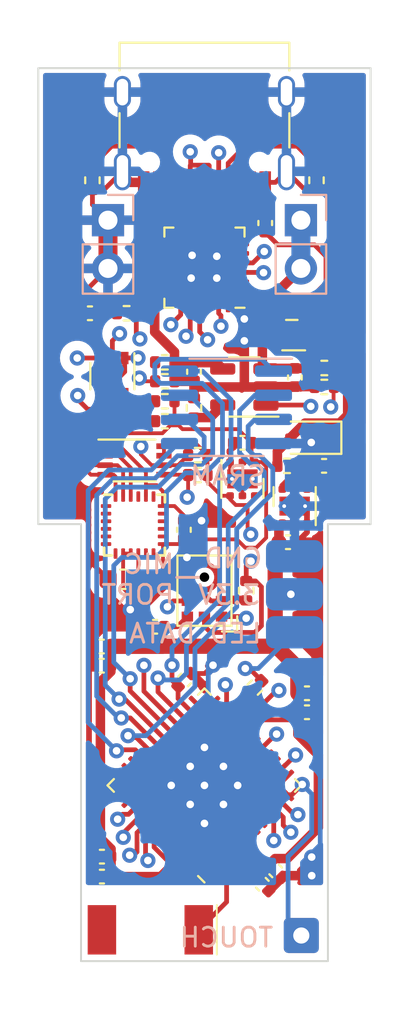
<source format=kicad_pcb>
(kicad_pcb (version 20221018) (generator pcbnew)
  (layers (0 "F.Cu" signal) (1 "In1.Cu" signal) (2 "In2.Cu" signal) (31 "B.Cu" signal) (34 "B.Paste" user) (35 "F.Paste" user) (36 "B.SilkS" user "B.Silkscreen") (37 "F.SilkS" user "F.Silkscreen") (38 "B.Mask" user) (39 "F.Mask" user) (44 "Edge.Cuts" user))
  (net 0 "")
  (net 2 "Net-(D1-K)")
  (net 3 "GPIO2")
  (net 4 "VBUS")
  (net 5 "GND")
  (net 6 "RESET")
  (net 17 "VDDSDIO")
  (net 18 "Net-(J1-CC1)")
  (net 19 "Net-(U1-D+)")
  (net 21 "Net-(U1-D-)")
  (net 28 "GPIO15")
  (net 31 "GPIO14")
  (net 33 "GPIO25")
  (net 57 "Net-(U4-PROG)")
  (net 59 "Net-(J1-CC2)")
  (net 61 "DTR")
  (net 62 "RTS")
  (net 63 "GPIO0")
  (net 64 "+BATT")
  (net 65 "GPIO35")
  (net 66 "GPIO9")
  (net 67 "+3V3")
  (net 68 "Net-(U1-VDD)")
  (net 69 "TXD")
  (net 70 "RXD")
  (net 71 "GPIO10")
  (net 72 "GPIO17")
  (net 73 "GPIO7")
  (net 74 "GPIO8")
  (net 75 "RAM_CLK")
  (net 76 "GPIO11")
  (net 77 "+1V8")
  (net 78 "Net-(AE1-FEED)")
  (net 79 "GPIO34")
  (net 80 "Net-(U3-REGOUT)")
  (net 83 "IMU_SDA")
  (net 84 "IMU_SDA_1V8")
  (net 86 "IMU_SCL")
  (net 87 "IMU_SCL_1V8")
  (net 89 "Net-(J10-Pin_1)")
  (net 90 "Net-(J6-Pin_1)")
  (footprint "AlexCustom:NN01-102" (layer "F.Cu") (at 5.9 45.35 180)
    (fp_text reference "AE1" hide)
    (fp_text value "Antenna_Chip")
  )
  (footprint "Resistor_SMD:R_0402_1005Metric" (layer "F.Cu") (at 10.95 27.5 -90)
    (fp_text reference "R12" hide)
    (fp_text value "100k")
  )
  (footprint "Diode_SMD:D_SOD-323" (layer "F.Cu") (at 14.35 19.45 180)
    (fp_text reference "D1" hide)
    (fp_text value "1N5819WS")
  )
  (footprint "Resistor_SMD:R_0402_1005Metric" (layer "F.Cu") (at 6.6625 17.53 180)
    (fp_text reference "R14" hide)
    (fp_text value "2.2k")
  )
  (footprint "Sensor_Audio:InvenSense_ICS-43434-6_3.5x2.65mm" (layer "F.Cu") (at 8.75 27.5 180)
    (fp_text reference "MK1" hide)
    (fp_text value "ICS-43434")
  )
  (footprint "Resistor_SMD:R_0402_1005Metric" (layer "F.Cu") (at 11.4 32.6 -135)
    (fp_text reference "R11" hide)
    (fp_text value "470")
  )
  (footprint "Package_DFN_QFN:QFN-24-1EP_4x4mm_P0.5mm_EP2.6x2.6mm" (layer "F.Cu") (at 8.75 10.5 180)
    (fp_text reference "U1" hide)
    (fp_text value "CP2104")
  )
  (footprint "Package_TO_SOT_SMD:SOT-23-5" (layer "F.Cu") (at 10.85 16.78 180)
    (fp_text reference "U4" hide)
    (fp_text value "TP4065-4.2V")
  )
  (footprint "Resistor_SMD:R_0402_1005Metric" (layer "F.Cu") (at 15.0625 16.78 180)
    (fp_text reference "R5" hide)
    (fp_text value "33k")
  )
  (footprint "Resistor_SMD:R_0402_1005Metric" (layer "F.Cu") (at 13.1 20.93 180)
    (fp_text reference "R18" hide)
    (fp_text value "100k")
  )
  (footprint "Capacitor_SMD:C_0402_1005Metric" (layer "F.Cu") (at 2.72 12.9 180)
    (fp_text reference "C6" hide)
    (fp_text value "1u")
  )
  (footprint "Capacitor_SMD:C_0402_1005Metric" (layer "F.Cu") (at 14.15 33.9)
    (fp_text reference "C7" hide)
    (fp_text value "100n")
  )
  (footprint "Capacitor_SMD:C_0402_1005Metric" (layer "F.Cu") (at 6.15 29.4 180)
    (fp_text reference "C4" hide)
    (fp_text value "100n")
  )
  (footprint "Capacitor_SMD:C_0402_1005Metric" (layer "F.Cu") (at 3.35 41.5 180)
    (fp_text reference "C23" hide)
    (fp_text value "10u")
  )
  (footprint "Resistor_SMD:R_0402_1005Metric" (layer "F.Cu") (at 8.2 17.88 -90)
    (fp_text reference "R17" hide)
    (fp_text value "3.3k")
  )
  (footprint "Capacitor_SMD:C_0402_1005Metric" (layer "F.Cu") (at 7.667157 24.297157 90)
    (fp_text reference "C13" hide)
    (fp_text value "100n")
  )
  (footprint "Capacitor_SMD:C_0402_1005Metric" (layer "F.Cu") (at 12.5 42.25 -45)
    (fp_text reference "C25" hide)
    (fp_text value "10u")
  )
  (footprint "Capacitor_SMD:C_0402_1005Metric" (layer "F.Cu") (at 11.95 8.15 90)
    (fp_text reference "C3" hide)
    (fp_text value "100n")
  )
  (footprint "Capacitor_SMD:C_0402_1005Metric" (layer "F.Cu") (at 7.7 32.2 45)
    (fp_text reference "C5" hide)
    (fp_text value "100n" hide)
  )
  (footprint "Capacitor_SMD:C_0402_1005Metric" (layer "F.Cu") (at 11.8 42.95 -45)
    (fp_text reference "C16" hide)
    (fp_text value "100n")
  )
  (footprint "Resistor_SMD:R_0402_1005Metric" (layer "F.Cu") (at 4.65 12.9 180)
    (fp_text reference "R8" hide)
    (fp_text value "10k")
  )
  (footprint "Resistor_SMD:R_0402_1005Metric" (layer "F.Cu") (at 6.6625 18.58 180)
    (fp_text reference "R13" hide)
    (fp_text value "2.2k")
  )
  (footprint "Capacitor_SMD:C_0402_1005Metric" (layer "F.Cu") (at 10.75 19.7175 180)
    (fp_text reference "C12" hide)
    (fp_text value "10u")
  )
  (footprint "Sensor_Motion:InvenSense_QFN-24_3x3mm_P0.4mm" (layer "F.Cu") (at 5.067157 24.047157)
    (fp_text reference "U3" hide)
    (fp_text value "ICM-20948")
  )
  (footprint "Capacitor_SMD:C_0402_1005Metric" (layer "F.Cu") (at 15.05 20.93 180)
    (fp_text reference "C10" hide)
    (fp_text value "1u")
  )
  (footprint "Connector_USB:USB_C_Receptacle_Palconn_UTC16-G" (layer "F.Cu") (at 8.75 3.5 180)
    (fp_text reference "J1" hide)
    (fp_text value "USB_C_Receptacle_USB2.0")
  )
  (footprint "Capacitor_SMD:C_0402_1005Metric" (layer "F.Cu") (at 13.15 24.95)
    (fp_text reference "C11" hide)
    (fp_text value "10u")
  )
  (footprint "Resistor_SMD:R_0402_1005Metric" (layer "F.Cu") (at 6.6625 15.48 180)
    (fp_text reference "R6" hide)
    (fp_text value "3.3k")
  )
  (footprint "Package_SON:WSON-6-1EP_2x2mm_P0.65mm_EP1x1.6mm_ThermalVias" (layer "F.Cu") (at 10.75 21.6175 -90)
    (fp_text reference "U5" hide)
    (fp_text value "TLV76718DRVx")
  )
  (footprint "Capacitor_SMD:C_0402_1005Metric" (layer "F.Cu") (at 3.35 42.55 180)
    (fp_text reference "C17" hide)
    (fp_text value "100n")
  )
  (footprint "Connector_Wire:SolderWire-0.25sqmm_1x01_D0.65mm_OD1.7mm" (layer "F.Cu") (at 13.85 45.65 90)
    (fp_text reference "J6" hide)
    (fp_text value "Conn_01x01")
  )
  (footprint "Capacitor_SMD:C_0402_1005Metric" (layer "F.Cu") (at 3.34 31.45 180)
    (fp_text reference "C8" hide)
    (fp_text value "100n")
  )
  (footprint "Resistor_SMD:R_0402_1005Metric" (layer "F.Cu") (at 14.65 5.9 -90)
    (fp_text reference "R2" hide)
    (fp_text value "5.1k")
  )
  (footprint "Capacitor_SMD:C_0603_1608Metric" (layer "F.Cu") (at 4.45 26.9 180)
    (fp_text reference "C9" hide)
    (fp_text value "100n")
  )
  (footprint "Package_DFN_QFN:QFN-48-1EP_7x7mm_P0.5mm_EP5.3x5.3mm" (layer "F.Cu") (at 8.75 37.75 135)
    (fp_text reference "U2" hide)
    (fp_text value "ESP32-PICO-D4")
  )
  (footprint "Resistor_SMD:R_0402_1005Metric" (layer "F.Cu") (at 15.0625 15.78)
    (fp_text reference "R4" hide)
    (fp_text value "100k")
  )
  (footprint "Resistor_SMD:R_0402_1005Metric" (layer "F.Cu") (at 2.85 5.9 -90)
    (fp_text reference "R3" hide)
    (fp_text value "5.1k")
  )
  (footprint "Capacitor_SMD:C_0402_1005Metric" (layer "F.Cu") (at 3.34 30.439411 180)
    (fp_text reference "C22" hide)
    (fp_text value "10u")
  )
  (footprint "Resistor_SMD:R_0402_1005Metric" (layer "F.Cu") (at 8.4 20.364314 180)
    (fp_text reference "R10" hide)
    (fp_text value "2.2k")
  )
  (footprint "Resistor_SMD:R_0402_1005Metric" (layer "F.Cu") (at 8.4 21.414314 180)
    (fp_text reference "R9" hide)
    (fp_text value "2.2k")
  )
  (footprint "Capacitor_SMD:C_0402_1005Metric" (layer "F.Cu") (at 8.2 15.98 -90)
    (fp_text reference "C2" hide)
    (fp_text value "10u")
  )
  (footprint "Package_SO:VSSOP-8_2.3x2mm_P0.5mm" (layer "F.Cu") (at 5.067157 20.647157)
    (fp_text reference "U7" hide)
    (fp_text value "PCA9306")
  )
  (footprint "Capacitor_SMD:C_0402_1005Metric" (layer "F.Cu") (at 14.15 32.9)
    (fp_text reference "C24" hide)
    (fp_text value "10u")
  )
  (footprint "Resistor_SMD:R_0402_1005Metric" (layer "F.Cu") (at 6.6625 16.48)
    (fp_text reference "R7" hide)
    (fp_text value "2k")
  )
  (footprint "Package_TO_SOT_SMD:SOT-363_SC-70-6" (layer "F.Cu") (at 3.9 16.205 -90)
    (fp_text reference "Q1" hide)
    (fp_text value "MUN5214DW1T1G")
  )
  (footprint "Package_TO_SOT_SMD:SOT-723" (layer "F.Cu") (at 13.35 14.05 180)
    (fp_text reference "Q3" hide)
    (fp_text value "CJ3139K")
  )
  (footprint "Capacitor_SMD:C_0402_1005Metric" (layer "F.Cu") (at 13.5125 16.28 -90)
    (fp_text reference "C1" hide)
    (fp_text value "10u")
  )
  (footprint "Package_SON:WSON-6-1EP_2x2mm_P0.65mm_EP1x1.6mm_ThermalVias" (layer "F.Cu") (at 13.5 23.05 90)
    (fp_text reference "U9" hide)
    (fp_text value "TLV76733DRVx")
  )
  (footprint "Connector_PinHeader_2.54mm:PinHeader_1x02_P2.54mm_Vertical" (layer "B.Cu") (at 3.67 8 180)
    (fp_text reference "J4" hide)
    (fp_text value "Conn_01x02")
  )
  (footprint "Connector_PinHeader_2.54mm:PinHeader_1x03_P2.54mm_Vertical" (layer "B.Cu") (at 13.49 29.69)
    (fp_text reference "J10" hide)
    (fp_text value "Conn_01x03")
  )
  (footprint "Connector_PinHeader_2.54mm:PinHeader_1x02_P2.54mm_Vertical" (layer "B.Cu") (at 13.83 8 180)
    (fp_text reference "J9" hide)
    (fp_text value "Conn_01x02")
  )
  (footprint "Package_SO:SOIC-8_3.9x4.9mm_P1.27mm" (layer "B.Cu") (at 9.91 17.85 180)
    (fp_text reference "U6" hide)
    (fp_text value "LY68L6400SLIT")
  )
  (gr_line (start 7.29 26.8) (end 8.69 26.8) (stroke (width 0.15)) (layer "B.SilkS"))
  (gr_line (start 17.5 0) (end 17.5 24) (stroke (width 0.1)) (layer "Edge.Cuts"))
  (gr_line (start 15.25 47) (end 2.25 47) (stroke (width 0.1)) (layer "Edge.Cuts"))
  (gr_line (start 0 0) (end 17.5 0) (stroke (width 0.1)) (layer "Edge.Cuts"))
  (gr_line (start 0 24) (end 2.25 24) (stroke (width 0.1)) (layer "Edge.Cuts"))
  (gr_line (start 15.25 24) (end 17.5 24) (stroke (width 0.1)) (layer "Edge.Cuts"))
  (gr_line (start 15.25 47) (end 15.25 24) (stroke (width 0.1)) (layer "Edge.Cuts"))
  (gr_line (start 2.25 47) (end 2.25 24) (stroke (width 0.1)) (layer "Edge.Cuts"))
  (gr_line (start 0 0) (end 0 24) (stroke (width 0.1)) (layer "Edge.Cuts"))
  (gr_text "MIC\nPORT" (at 7.24 28.3) (layer "B.SilkS") (effects (font (size 1 1)) (justify left bottom mirror)))
  (gr_text "3.3V" (at 11.76 28.31) (layer "B.SilkS") (effects (font (size 1 1)) (justify left bottom mirror)))
  (gr_text "SRAM" (at 12.06 22.04) (layer "B.SilkS") (effects (font (size 1 1)) (justify left bottom mirror)))
  (gr_text "LED DATA" (at 11.84 30.34) (layer "B.SilkS") (effects (font (size 1 1)) (justify left bottom mirror)))
  (gr_text "TOUCH" (at 12.46 46.34) (layer "B.SilkS") (effects (font (size 1 1)) (justify left bottom mirror)))
  (gr_text "GND" (at 11.89 26.38) (layer "B.SilkS") (effects (font (size 1 1)) (justify left bottom mirror)))
  (segment (start 16.2 19.45) (end 15.4 19.45) (width 0.5) (layer "F.Cu") (net 2))
  (segment (start 12.85 22.1625) (end 12.85 21.975001) (width 0.3) (layer "F.Cu") (net 2))
  (segment (start 17 15.066494) (end 17 18.65) (width 0.5) (layer "F.Cu") (net 2))
  (segment (start 15.53 21.2) (end 14.5675 22.1625) (width 0.3) (layer "F.Cu") (net 2))
  (segment (start 15.525 19.575) (end 15.525 20.925) (width 0.5) (layer "F.Cu") (net 2))
  (segment (start 12.85 21.975001) (end 13.200001 21.625) (width 0.3) (layer "F.Cu") (net 2))
  (segment (start 14.15 21.982344) (end 14.15 22.1625) (width 0.3) (layer "F.Cu") (net 2))
  (segment (start 15.583506 13.65) (end 17 15.066494) (width 0.5) (layer "F.Cu") (net 2))
  (segment (start 15.525 20.925) (end 15.53 20.93) (width 0.5) (layer "F.Cu") (net 2))
  (segment (start 13.792656 21.625) (end 14.15 21.982344) (width 0.3) (layer "F.Cu") (net 2))
  (segment (start 15.53 21.2) (end 15.53 20.93) (width 0.3) (layer "F.Cu") (net 2))
  (segment (start 13.925 13.65) (end 15.583506 13.65) (width 0.5) (layer "F.Cu") (net 2))
  (segment (start 13.200001 21.625) (end 13.792656 21.625) (width 0.3) (layer "F.Cu") (net 2))
  (segment (start 15.4 19.45) (end 15.525 19.575) (width 0.5) (layer "F.Cu") (net 2))
  (segment (start 14.5675 22.1625) (end 14.15 22.1625) (width 0.3) (layer "F.Cu") (net 2))
  (segment (start 17 18.65) (end 16.2 19.45) (width 0.5) (layer "F.Cu") (net 2))
  (segment (start 9.952082 34.047918) (end 11.039376 32.960624) (width 0.25) (layer "F.Cu") (net 3))
  (segment (start 9.952082 34.073045) (end 9.952082 34.047918) (width 0.25) (layer "F.Cu") (net 3))
  (segment (start 8.2 15.5) (end 9.3825 15.5) (width 0.5) (layer "F.Cu") (net 4))
  (segment (start 14.55 9.3) (end 15.15 9.9) (width 0.25) (layer "F.Cu") (net 4))
  (segment (start 6.13 13.89) (end 7.1725 14.9325) (width 0.5) (layer "F.Cu") (net 4))
  (segment (start 12.59 20.93) (end 12.59 20.16) (width 0.5) (layer "F.Cu") (net 4))
  (segment (start 9.3825 15.5) (end 9.7125 15.83) (width 0.5) (layer "F.Cu") (net 4))
  (segment (start 15.15 11.3) (end 13.35 13.1) (width 0.25) (layer "F.Cu") (net 4))
  (segment (start 13.35 13.1) (end 13.35 14.05) (width 0.25) (layer "F.Cu") (net 4))
  (segment (start 6.35 7.09) (end 5.46 7.98) (width 0.5) (layer "F.Cu") (net 4))
  (segment (start 9.5 8.5625) (end 10 8.5625) (width 0.25) (layer "F.Cu") (net 4))
  (segment (start 13.925 14.45) (end 15.393556 14.45) (width 0.5) (layer "F.Cu") (net 4))
  (segment (start 12.62 9.3) (end 14.55 9.3) (width 0.25) (layer "F.Cu") (net 4))
  (segment (start 7.1725 14.9325) (end 7.1725 15.48) (width 0.5) (layer "F.Cu") (net 4))
  (segment (start 6.13 12.52) (end 6.13 13.89) (width 0.5) (layer "F.Cu") (net 4))
  (segment (start 14.045 18.68) (end 13.3 19.425) (width 0.5) (layer "F.Cu") (net 4))
  (segment (start 9.5 7.54) (end 9.55 7.49) (width 0.25) (layer "F.Cu") (net 4))
  (segment (start 11.95 8.63) (end 12.62 9.3) (width 0.25) (layer "F.Cu") (net 4))
  (segment (start 10.05 7.49) (end 10.46 7.49) (width 0.5) (layer "F.Cu") (net 4))
  (segment (start 15.393556 14.45) (end 16.2925 15.348944) (width 0.5) (layer "F.Cu") (net 4))
  (segment (start 10 7.54) (end 10.05 7.49) (width 0.25) (layer "F.Cu") (net 4))
  (segment (start 13.75 14.45) (end 13.925 14.45) (width 0.25) (layer "F.Cu") (net 4))
  (segment (start 13.3 19.425) (end 13.3 19.45) (width 0.5) (layer "F.Cu") (net 4))
  (segment (start 6.35 6.01) (end 6.35 7.09) (width 0.5) (layer "F.Cu") (net 4))
  (segment (start 10.46 7.49) (end 11.15 6.8) (width 0.5) (layer "F.Cu") (net 4))
  (segment (start 16.2925 18.2575) (end 15.87 18.68) (width 0.5) (layer "F.Cu") (net 4))
  (segment (start 8.18 15.48) (end 8.2 15.5) (width 0.5) (layer "F.Cu") (net 4))
  (segment (start 15.15 9.9) (end 15.15 11.3) (width 0.25) (layer "F.Cu") (net 4))
  (segment (start 13.35 14.05) (end 13.75 14.45) (width 0.25) (layer "F.Cu") (net 4))
  (segment (start 11.8825 8.5625) (end 11.95 8.63) (width 0.25) (layer "F.Cu") (net 4))
  (segment (start 16.2925 15.348944) (end 16.2925 18.2575) (width 0.5) (layer "F.Cu") (net 4))
  (segment (start 7.1725 15.48) (end 8.18 15.48) (width 0.5) (layer "F.Cu") (net 4))
  (segment (start 9.5 8.5625) (end 9.5 7.54) (width 0.25) (layer "F.Cu") (net 4))
  (segment (start 9.55 7.49) (end 10.05 7.49) (width 0.5) (layer "F.Cu") (net 4))
  (segment (start 12.59 20.16) (end 13.3 19.45) (width 0.5) (layer "F.Cu") (net 4))
  (segment (start 6.75 7.49) (end 9.55 7.49) (width 0.5) (layer "F.Cu") (net 4))
  (segment (start 5.46 11.85) (end 6.13 12.52) (width 0.5) (layer "F.Cu") (net 4))
  (segment (start 15.87 18.68) (end 14.045 18.68) (width 0.5) (layer "F.Cu") (net 4))
  (segment (start 10 8.5625) (end 10 7.54) (width 0.25) (layer "F.Cu") (net 4))
  (segment (start 10 8.5625) (end 11.8825 8.5625) (width 0.25) (layer "F.Cu") (net 4))
  (segment (start 6.35 7.09) (end 6.75 7.49) (width 0.5) (layer "F.Cu") (net 4))
  (segment (start 11.15 6.8) (end 11.15 6.01) (width 0.5) (layer "F.Cu") (net 4))
  (segment (start 5.46 7.98) (end 5.46 11.85) (width 0.5) (layer "F.Cu") (net 4))
  (segment (start 4.298529 19.897157) (end 3.517157 19.897157) (width 0.2) (layer "F.Cu") (net 5))
  (segment (start 2.87 42.55) (end 2.87 41.5) (width 0.5) (layer "F.Cu") (net 5))
  (segment (start 10.75 22.505) (end 10.75 21.6175) (width 0.2) (layer "F.Cu") (net 5))
  (segment (start 2.85 6.41) (end 2.85 7.18) (width 0.25) (layer "F.Cu") (net 5))
  (segment (start 3.4 29.4) (end 5.67 29.4) (width 0.5) (layer "F.Cu") (net 5))
  (segment (start 2.85 6.41) (end 3.45 6.41) (width 0.25) (layer "F.Cu") (net 5))
  (segment (start 13.5125 16.76) (end 12.0075 16.76) (width 0.5) (layer "F.Cu") (net 5))
  (segment (start 6.567157 23.047157) (end 7.177156 23.047157) (width 0.2) (layer "F.Cu") (net 5))
  (segment (start 8.763911 31.860589) (end 8.039411 31.860589) (width 0.25) (layer "F.Cu") (net 5))
  (segment (start 2.85 7.18) (end 3.67 8) (width 0.25) (layer "F.Cu") (net 5))
  (segment (start 10.85 14.35) (end 10.85 13.2) (width 0.5) (layer "F.Cu") (net 5))
  (segment (start 5.667157 22.547157) (end 5.667157 21.947157) (width 0.2) (layer "F.Cu") (net 5))
  (segment (start 3.675 26.9) (end 2.65 25.875) (width 0.25) (layer "F.Cu") (net 5))
  (segment (start 12.49 6.01) (end 13.07 5.43) (width 0.25) (layer "F.Cu") (net 5))
  (segment (start 7.177156 23.047157) (end 7.667157 23.537158) (width 0.2) (layer "F.Cu") (net 5))
  (segment (start 10.1 20.73) (end 10.1 19.8875) (width 0.2) (layer "F.Cu") (net 5))
  (segment (start 10.85 16.78) (end 10.85 14.35) (width 0.5) (layer "F.Cu") (net 5))
  (segment (start 14.05 6.41) (end 13.07 5.43) (width 0.25) (layer "F.Cu") (net 5))
  (segment (start 9.65 28.042) (end 9.1 28.042) (width 0.25) (layer "F.Cu") (net 5))
  (segment (start 10.6875 11.25) (end 9.5 11.25) (width 0.25) (layer "F.Cu") (net 5))
  (segment (start 7.4 27) (end 7.4 26.1745) (width 0.25) (layer "F.Cu") (net 5))
  (segment (start 14.375 19.725) (end 14.375 19.7) (width 0.25) (layer "F.Cu") (net 5))
  (segment (start 13.61 20.93) (end 14.57 20.93) (width 0.25) (layer "F.Cu") (net 5))
  (segment (start 14.375 20.735) (end 14.57 20.93) (width 0.25) (layer "F.Cu") (net 5))
  (segment (start 6.7 27.3) (end 7.1 27.3) (width 0.25) (layer "F.Cu") (net 5))
  (segment (start 14.375 19.7) (end 14.375 20.735) (width 0.25) (layer "F.Cu") (net 5))
  (segment (start 2.669895 31.640105) (end 2.86 31.45) (width 0.3) (layer "F.Cu") (net 5))
  (segment (start 8.2 16.46) (end 8.2 16.83) (width 0.5) (layer "F.Cu") (net 5))
  (segment (start 2.86 29.94) (end 3.4 29.4) (width 0.5) (layer "F.Cu") (net 5))
  (segment (start 13.5125 16.76) (end 14.5325 16.76) (width 0.5) (layer "F.Cu") (net 5))
  (segment (start 8.25 16.78) (end 8.2 16.83) (width 0.5) (layer "F.Cu") (net 5))
  (segment (start 9.1 28.042) (end 8.0875 27.0295) (width 0.25) (layer "F.Cu") (net 5))
  (segment (start 5.55 6.01) (end 5.01 6.01) (width 0.25) (layer "F.Cu") (net 5))
  (segment (start 2.65 25.875) (end 2.65 24.2) (width 0.25) (layer "F.Cu") (net 5))
  (segment (start 6.238517 21.947157) (end 5.667157 21.947157) (width 0.2) (layer "F.Cu") (net 5))
  (segment (start 2.24 11.97) (end 3.67 10.54) (width 0.25) (layer "F.Cu") (net 5))
  (segment (start 14.396419 41.521419) (end 14.4 41.525) (width 0.5) (layer "F.Cu") (net 5))
  (segment (start 8.18 16.48) (end 8.2 16.46) (width 0.5) (layer "F.Cu") (net 5))
  (segment (start 12.139411 43.289411) (end 12.839411 42.589411) (width 0.5) (layer "F.Cu") (net 5))
  (segment (start 9.4 11.05) (end 9.3 11.05) (width 0.25) (layer "F.Cu") (net 5))
  (segment (start 8.2 16.83) (end 8.2 17.37) (width 0.5) (layer "F.Cu") (net 5))
  (segment (start 9.65 28.042) (end 10.918 28.042) (width 0.25) (layer "F.Cu") (net 5))
  (segment (start 5.67 28.33) (end 6.7 27.3) (width 0.25) (layer "F.Cu") (net 5))
  (segment (start 6.567157 22.275797) (end 6.238517 21.947157) (width 0.2) (layer "F.Cu") (net 5))
  (segment (start 2.669895 41.299895) (end 2.669895 31.640105) (width 0.3) (layer "F.Cu") (net 5))
  (segment (start 7.1725 16.48) (end 8.18 16.48) (width 0.5) (layer "F.Cu") (net 5))
  (segment (start 7.4 26.1745) (end 7.8245 25.75) (width 0.25) (layer "F.Cu") (net 5))
  (segment (start 9.4 11.15) (end 9.4 11.05) (width 0.25) (layer "F.Cu") (net 5))
  (segment (start 7.1 27.3) (end 7.4 27) (width 0.25) (layer "F.Cu") (net 5))
  (segment (start 5.01 6.01) (end 4.43 5.43) (width 0.25) (layer "F.Cu") (net 5))
  (segment (start 5.67 29.4) (end 5.67 28.33) (width 0.25) (layer "F.Cu") (net 5))
  (segment (start 7.667157 23.537158) (end 7.667157 23.817157) (width 0.2) (layer "F.Cu") (net 5))
  (segment (start 11.9875 16.78) (end 10.85 16.78) (width 0.5) (layer "F.Cu") (net 5))
  (segment (start 6.567157 23.047157) (end 6.567157 22.275797) (width 0.2) (layer "F.Cu") (net 5))
  (segment (start 14.15 23.9375) (end 14.15 23.15) (width 0.3) (layer "F.Cu") (net 5))
  (segment (start 3.67 10.54) (end 3.67 8) (width 1) (layer "F.Cu") (net 5))
  (segment (start 12.928822 42.5) (end 12.839411 42.589411) (width 0.5) (layer "F.Cu") (net 5))
  (segment (start 2.86 30.439411) (end 2.86 29.94) (width 0.5) (layer "F.Cu") (net 5))
  (segment (start 14.15 24.43) (end 13.63 24.95) (width 0.3) (layer "F.Cu") (net 5))
  (segment (start 14.63 32.9) (end 14.63 25.95) (width 0.5) (layer "F.Cu") (net 5))
  (segment (start 10.1 20.73) (end 10.1 21.5175) (width 0.2) (layer "F.Cu") (net 5))
  (segment (start 14.15 23.15) (end 14.05 23.05) (width 0.3) (layer "F.Cu") (net 5))
  (segment (start 2.86 31.45) (end 2.86 30.439411) (width 0.5) (layer "F.Cu") (net 5))
  (segment (start 12.0075 16.76) (end 11.9875 16.78) (width 0.5) (layer "F.Cu") (net 5))
  (segment (start 14.4 41.525) (end 14.4 42.5) (width 0.5) (layer "F.Cu") (net 5))
  (segment (start 14.63 25.95) (end 13.63 24.95) (width 0.5) (layer "F.Cu") (net 5))
  (segment (start 3.45 6.41) (end 4.43 5.43) (width 0.25) (layer "F.Cu") (net 5))
  (segment (start 14.5325 16.76) (end 14.5525 16.78) (width 0.5) (layer "F.Cu") (net 5))
  (segment (start 10.85 16.78) (end 8.25 16.78) (width 0.5) (layer "F.Cu") (net 5))
  (segment (start 10.1 21.5175) (end 10.2 21.6175) (width 0.2) (layer "F.Cu") (net 5))
  (segment (start 14.15 23.9375) (end 14.15 24.43) (width 0.3) (layer "F.Cu") (net 5))
  (segment (start 5.667157 21.947157) (end 5.667157 21.265785) (width 0.2) (layer "F.Cu") (net 5))
  (segment (start 5.667157 21.265785) (end 4.298529 19.897157) (width 0.2) (layer "F.Cu") (net 5))
  (segment (start 8.597157 23.817157) (end 7.667157 23.817157) (width 0.2) (layer "F.Cu") (net 5))
  (segment (start 10.1 19.8875) (end 10.27 19.7175) (width 0.2) (layer "F.Cu") (net 5))
  (segment (start 2.87 41.5) (end 2.669895 41.299895) (width 0.3) (layer "F.Cu") (net 5))
  (segment (start 10.918 28.042) (end 10.95 28.01) (width 0.25) (layer "F.Cu") (net 5))
  (segment (start 2.24 12.9) (end 2.24 11.97) (width 0.25) (layer "F.Cu") (net 5))
  (segment (start 9.5 11.25) (end 9.4 11.15) (width 0.25) (layer "F.Cu") (net 5))
  (segment (start 9.2 31.4245) (end 8.763911 31.860589) (width 0.25) (layer "F.Cu") (net 5))
  (segment (start 13.5 22.1625) (end 13.5 23.05) (width 0.3) (layer "F.Cu") (net 5))
  (segment (start 14.65 6.41) (end 14.05 6.41) (width 0.25) (layer "F.Cu") (net 5))
  (segment (start 11.95 6.01) (end 12.49 6.01) (width 0.25) (layer "F.Cu") (net 5))
  (segment (start 14.4 42.5) (end 12.928822 42.5) (width 0.5) (layer "F.Cu") (net 5))
  (segment (start 11.95 7.67) (end 11.95 6.01) (width 0.25) (layer "F.Cu") (net 5))
  (segment (start 9.3 11.05) (end 8.75 10.5) (width 0.25) (layer "F.Cu") (net 5))
  (segment (start 14.63 32.9) (end 14.63 33.9) (width 0.5) (layer "F.Cu") (net 5))
  (via (at 14.396419 41.521419) (size 0.8) (drill 0.4) (layers "F.Cu" "B.Cu") (net 5))
  (via (at 4.84171 28.496957) (size 0.8) (drill 0.4) (layers "F.Cu" "B.Cu") (net 5))
  (via (at 14.375 19.7) (size 0.8) (drill 0.4) (layers "F.Cu" "B.Cu") (net 5))
  (via (at 7.8245 25.75) (size 0.8) (drill 0.4) (layers "F.Cu" "B.Cu") (net 5))
  (via (at 14.4 42.5) (size 0.8) (drill 0.4) (layers "F.Cu" "B.Cu") (net 5))
  (via (at 10.85 13.2) (size 0.8) (drill 0.4) (layers "F.Cu" "B.Cu") (net 5))
  (via (at 8.597157 23.817157) (size 0.8) (drill 0.4) (layers "F.Cu" "B.Cu") (net 5))
  (via (at 9.75 38.75) (size 0.8) (drill 0.4) (layers "F.Cu" "B.Cu") (net 5))
  (via (at 8.05 11.05) (size 0.8) (drill 0.4) (layers "F.Cu" "B.Cu") (net 5))
  (via (at 9.75 36.75) (size 0.8) (drill 0.4) (layers "F.Cu" "B.Cu") (net 5))
  (via (at 8 38.75) (size 0.8) (drill 0.4) (layers "F.Cu" "B.Cu") (net 5))
  (via (at 7 37.75) (size 0.8) (drill 0.4) (layers "F.Cu" "B.Cu") (net 5))
  (via (at 9.4 11.05) (size 0.8) (drill 0.4) (layers "F.Cu" "B.Cu") (net 5))
  (via (at 9.2 31.4245) (size 0.8) (drill 0.4) (layers "F.Cu" "B.Cu") (net 5))
  (via (at 8.75 37.75) (size 0.8) (drill 0.4) (layers "F.Cu" "B.Cu") (net 5))
  (via (at 8.75 39.75) (size 0.8) (drill 0.4) (layers "F.Cu" "B.Cu") (net 5))
  (via (at 10.85 14.35) (size 0.8) (drill 0.4) (layers "F.Cu" "B.Cu") (net 5))
  (via (at 8 36.75) (size 0.8) (drill 0.4) (layers "F.Cu" "B.Cu") (net 5))
  (via (at 9.4 9.9) (size 0.8) (drill 0.4) (layers "F.Cu" "B.Cu") (net 5))
  (via (at 8.1 9.85) (size 0.8) (drill 0.4) (layers "F.Cu" "B.Cu") (net 5))
  (via (at 8.75 35.75) (size 0.8) (drill 0.4) (layers "F.Cu" "B.Cu") (net 5))
  (via (at 10.5 37.75) (size 0.8) (drill 0.4) (layers "F.Cu" "B.Cu") (net 5))
  (segment (start 14.847579 35.272579) (end 13.525 33.95) (width 0.25) (layer "B.Cu") (net 5))
  (segment (start 14.396419 41.521419) (end 14.847579 41.070259) (width 0.25) (layer "B.Cu") (net 5))
  (segment (start 8.95 31.6745) (end 8.95 33.95) (width 0.25) (layer "B.Cu") (net 5))
  (segment (start 13.525 33.95) (end 8.95 33.95) (width 0.25) (layer "B.Cu") (net 5))
  (segment (start 8.95 33.95) (end 8.95 35.55) (width 0.25) (layer "B.Cu") (net 5))
  (segment (start 14.847579 41.070259) (end 14.847579 35.272579) (width 0.25) (layer "B.Cu") (net 5))
  (segment (start 9.2 31.4245) (end 8.95 31.6745) (width 0.25) (layer "B.Cu") (net 5))
  (segment (start 8.95 35.55) (end 8.75 35.75) (width 0.25) (layer "B.Cu") (net 5))
  (segment (start 12.4 40.65) (end 12.4 39.632233) (width 0.25) (layer "F.Cu") (net 6))
  (segment (start 3.2 12.9) (end 3.2 15.205) (width 0.25) (layer "F.Cu") (net 6))
  (segment (start 4.14 12.9) (end 3.2 12.9) (width 0.25) (layer "F.Cu") (net 6))
  (segment (start 3.25 15.255) (end 2.05 15.255) (width 0.25) (layer "F.Cu") (net 6))
  (segment (start 12.4 39.632233) (end 12.073402 39.305635) (width 0.25) (layer "F.Cu") (net 6))
  (segment (start 3.2 15.205) (end 3.25 15.255) (width 0.25) (layer "F.Cu") (net 6))
  (via (at 12.4 40.65) (size 0.8) (drill 0.4) (layers "F.Cu" "B.Cu") (net 6))
  (via (at 2.05 15.255) (size 0.8) (drill 0.4) (layers "F.Cu" "B.Cu") (net 6))
  (segment (start 7.041417 31.4245) (end 7.041417 32.220239) (width 0.25) (layer "F.Cu") (net 17))
  (segment (start 7.901472 33.719491) (end 7.360589 33.178608) (width 0.25) (layer "F.Cu") (net 17))
  (segment (start 7.041417 32.220239) (end 7.360589 32.539411) (width 0.25) (layer "F.Cu") (net 17))
  (segment (start 7.360589 33.178608) (end 7.360589 32.539411) (width 0.25) (layer "F.Cu") (net 17))
  (via (at 7.041417 31.4245) (size 0.8) (drill 0.4) (layers "F.Cu" "B.Cu") (net 17))
  (segment (start 9.55 21.2) (end 10.15 20.6) (width 0.25) (layer "B.Cu") (net 17))
  (segment (start 8.645 15.945) (end 7.435 15.945) (width 0.25) (layer "B.Cu") (net 17))
  (segment (start 7.041417 30.485791) (end 9.55 27.977208) (width 0.25) (layer "B.Cu") (net 17))
  (segment (start 10.15 20.6) (end 10.15 17.45) (width 0.25) (layer "B.Cu") (net 17))
  (segment (start 7.041417 31.4245) (end 7.041417 30.485791) (width 0.25) (layer "B.Cu") (net 17))
  (segment (start 9.55 27.977208) (end 9.55 21.2) (width 0.25) (layer "B.Cu") (net 17))
  (segment (start 10.15 17.45) (end 8.645 15.945) (width 0.25) (layer "B.Cu") (net 17))
  (segment (start 10 5) (end 10.895 4.105) (width 0.25) (layer "F.Cu") (net 18))
  (segment (start 13.634999 4.105) (end 14.65 5.120001) (width 0.25) (layer "F.Cu") (net 18))
  (segment (start 10.895 4.105) (end 13.634999 4.105) (width 0.25) (layer "F.Cu") (net 18))
  (segment (start 14.65 5.120001) (end 14.65 5.39) (width 0.25) (layer "F.Cu") (net 18))
  (segment (start 10 6.01) (end 10 5) (width 0.25) (layer "F.Cu") (net 18))
  (segment (start 8.025 4.425) (end 8 4.4) (width 0.25) (layer "F.Cu") (net 19))
  (segment (start 8 6.01) (end 8 5.13) (width 0.25) (layer "F.Cu") (net 19))
  (segment (start 11.862299 10.762299) (end 11.85 10.75) (width 0.25) (layer "F.Cu") (net 19))
  (segment (start 9 5.13) (end 9 6.01) (width 0.25) (layer "F.Cu") (net 19))
  (segment (start 8.975 5.105) (end 9 5.13) (width 0.25) (layer "F.Cu") (net 19))
  (segment (start 11.85 10.75) (end 10.6875 10.75) (width 0.25) (layer "F.Cu") (net 19))
  (segment (start 8 5.13) (end 8.025 5.105) (width 0.25) (layer "F.Cu") (net 19))
  (segment (start 8.025 5.105) (end 8.975 5.105) (width 0.25) (layer "F.Cu") (net 19))
  (segment (start 8.025 5.105) (end 8.025 4.425) (width 0.25) (layer "F.Cu") (net 19))
  (via (at 11.862299 10.762299) (size 0.8) (drill 0.4) (layers "F.Cu" "B.Cu") (net 19))
  (via (at 8 4.4) (size 0.8) (drill 0.4) (layers "F.Cu" "B.Cu") (net 19))
  (segment (start 11.3 10.25) (end 10.6875 10.25) (width 0.25) (layer "F.Cu") (net 21))
  (segment (start 8.5 6.89) (end 8.525 6.915) (width 0.25) (layer "F.Cu") (net 21))
  (segment (start 8.5 6.01) (end 8.5 6.89) (width 0.25) (layer "F.Cu") (net 21))
  (segment (start 9.5 6.01) (end 9.5 4.45) (width 0.25) (layer "F.Cu") (net 21))
  (segment (start 9.475 6.915) (end 9.5 6.89) (width 0.25) (layer "F.Cu") (net 21))
  (segment (start 11.9 9.65) (end 11.3 10.25) (width 0.25) (layer "F.Cu") (net 21))
  (segment (start 8.525 6.915) (end 9.475 6.915) (width 0.25) (layer "F.Cu") (net 21))
  (segment (start 9.5 6.89) (end 9.5 6.01) (width 0.25) (layer "F.Cu") (net 21))
  (via (at 11.9 9.65) (size 0.8) (drill 0.4) (layers "F.Cu" "B.Cu") (net 21))
  (via (at 9.5 4.45) (size 0.8) (drill 0.4) (layers "F.Cu" "B.Cu") (net 21))
  (segment (start 12.55 32.75) (end 11.35 33.95) (width 0.25) (layer "F.Cu") (net 28))
  (segment (start 12.6705 32.75) (end 12.55 32.75) (width 0.25) (layer "F.Cu") (net 28))
  (segment (start 9.65 28.864) (end 10.864 28.864) (width 0.25) (layer "F.Cu") (net 28))
  (segment (start 10.782233 33.95) (end 10.305635 34.426598) (width 0.25) (layer "F.Cu") (net 28))
  (segment (start 11.35 33.95) (end 10.782233 33.95) (width 0.25) (layer "F.Cu") (net 28))
  (segment (start 10.864 28.864) (end 10.95 28.95) (width 0.25) (layer "F.Cu") (net 28))
  (via (at 12.6705 32.75) (size 0.8) (drill 0.4) (layers "F.Cu" "B.Cu") (net 28))
  (via (at 10.95 28.95) (size 0.8) (drill 0.4) (layers "F.Cu" "B.Cu") (net 28))
  (segment (start 12.51066 35.05) (end 11.719848 35.840812) (width 0.25) (layer "F.Cu") (net 31))
  (segment (start 7.108 28.042) (end 7.85 28.042) (width 0.25) (layer "F.Cu") (net 31))
  (segment (start 6.8 28.35) (end 7.108 28.042) (width 0.25) (layer "F.Cu") (net 31))
  (segment (start 12.55 35.05) (end 12.51066 35.05) (width 0.25) (layer "F.Cu") (net 31))
  (via (at 6.8 28.35) (size 0.8) (drill 0.4) (layers "F.Cu" "B.Cu") (net 31))
  (via (at 12.55 35.05) (size 0.8) (drill 0.4) (layers "F.Cu" "B.Cu") (net 31))
  (segment (start 8.75 29.375) (end 9.075 29.7) (width 0.25) (layer "F.Cu") (net 33))
  (segment (start 12.780509 36.901472) (end 12.798528 36.901472) (width 0.25) (layer "F.Cu") (net 33))
  (segment (start 11.4 29.7) (end 11.75 29.35) (width 0.25) (layer "F.Cu") (net 33))
  (segment (start 10.95 26.2) (end 10.95 26.99) (width 0.25) (layer "F.Cu") (net 33))
  (segment (start 11.44 26.99) (end 10.95 26.99) (width 0.25) (layer "F.Cu") (net 33))
  (segment (start 9.075 29.7) (end 11.4 29.7) (width 0.25) (layer "F.Cu") (net 33))
  (segment (start 11.2 25.95) (end 10.95 26.2) (width 0.25) (layer "F.Cu") (net 33))
  (segment (start 8.75 28.864) (end 8.75 29.375) (width 0.25) (layer "F.Cu") (net 33))
  (segment (start 12.798528 36.901472) (end 13.55 36.15) (width 0.25) (layer "F.Cu") (net 33))
  (segment (start 11.75 27.3) (end 11.44 26.99) (width 0.25) (layer "F.Cu") (net 33))
  (segment (start 11.75 29.35) (end 11.75 27.3) (width 0.25) (layer "F.Cu") (net 33))
  (via (at 11.2 25.95) (size 0.8) (drill 0.4) (layers "F.Cu" "B.Cu") (net 33))
  (via (at 13.55 36.15) (size 0.8) (drill 0.4) (layers "F.Cu" "B.Cu") (net 33))
  (segment (start 8.2 18.39) (end 9.0525 18.39) (width 0.5) (layer "F.Cu") (net 57))
  (segment (start 9.0525 18.39) (end 9.7125 17.73) (width 0.5) (layer "F.Cu") (net 57))
  (segment (start 7 5.05) (end 7 6.01) (width 0.25) (layer "F.Cu") (net 59))
  (segment (start 3.865001 4.105) (end 6.055 4.105) (width 0.25) (layer "F.Cu") (net 59))
  (segment (start 6.055 4.105) (end 7 5.05) (width 0.25) (layer "F.Cu") (net 59))
  (segment (start 2.85 5.39) (end 2.85 5.120001) (width 0.25) (layer "F.Cu") (net 59))
  (segment (start 2.85 5.120001) (end 3.865001 4.105) (width 0.25) (layer "F.Cu") (net 59))
  (segment (start 5.25 15.25) (end 4.555 15.25) (width 0.25) (layer "F.Cu") (net 61))
  (segment (start 9.619683 13.583006) (end 9.619683 13.019423) (width 0.25) (layer "F.Cu") (net 61))
  (segment (start 9.5 12.89974) (end 9.5 12.4375) (width 0.25) (layer "F.Cu") (net 61))
  (segment (start 4.55 15.98) (end 3.9 16.63) (width 0.25) (layer "F.Cu") (net 61))
  (segment (start 9.619683 13.019423) (end 9.5 12.89974) (width 0.25) (layer "F.Cu") (net 61))
  (segment (start 3.9 16.63) (end 3.9 17.155) (width 0.25) (layer "F.Cu") (net 61))
  (segment (start 4.555 15.25) (end 4.55 15.255) (width 0.25) (layer "F.Cu") (net 61))
  (segment (start 4.55 15.255) (end 4.55 15.98) (width 0.25) (layer "F.Cu") (net 61))
  (via (at 9.619683 13.583006) (size 0.8) (drill 0.4) (layers "F.Cu" "B.Cu") (net 61))
  (via (at 5.25 15.25) (size 0.8) (drill 0.4) (layers "F.Cu" "B.Cu") (net 61))
  (segment (start 3.9 14.35) (end 4.28 13.97) (width 0.25) (layer "F.Cu") (net 62))
  (segment (start 6.9795 13.5) (end 7.5 12.9795) (width 0.25) (layer "F.Cu") (net 62))
  (segment (start 3.9 15.255) (end 3.9 14.35) (width 0.25) (layer "F.Cu") (net 62))
  (segment (start 3.9 15.255) (end 3.9 15.98) (width 0.25) (layer "F.Cu") (net 62))
  (segment (start 7.5 12.9795) (end 7.5 12.4375) (width 0.25) (layer "F.Cu") (net 62))
  (segment (start 3.25 16.63) (end 3.25 17.155) (width 0.25) (layer "F.Cu") (net 62))
  (segment (start 3.9 15.98) (end 3.25 16.63) (width 0.25) (layer "F.Cu") (net 62))
  (via (at 6.9795 13.5) (size 0.8) (drill 0.4) (layers "F.Cu" "B.Cu") (net 62))
  (via (at 4.28 13.97) (size 0.8) (drill 0.4) (layers "F.Cu" "B.Cu") (net 62))
  (segment (start 4.55 17.68) (end 4.55 17.155) (width 0.25) (layer "F.Cu") (net 63))
  (segment (start 9.916542 32.516542) (end 9.916542 33.401477) (width 0.25) (layer "F.Cu") (net 63))
  (segment (start 2.075 17.23) (end 2.075 17.43) (width 0.25) (layer "F.Cu") (net 63))
  (segment (start 9.916542 33.401477) (end 9.598528 33.719491) (width 0.25) (layer "F.Cu") (net 63))
  (segment (start 2.6 17.955) (end 4.275 17.955) (width 0.25) (layer "F.Cu") (net 63))
  (segment (start 2.075 17.43) (end 2.6 17.955) (width 0.25) (layer "F.Cu") (net 63))
  (segment (start 9.85 32.45) (end 9.916542 32.516542) (width 0.25) (layer "F.Cu") (net 63))
  (segment (start 4.275 17.955) (end 4.55 17.68) (width 0.25) (layer "F.Cu") (net 63))
  (via (at 2.075 17.23) (size 0.8) (drill 0.4) (layers "F.Cu" "B.Cu") (net 63))
  (via (at 9.85 32.45) (size 0.8) (drill 0.4) (layers "F.Cu" "B.Cu") (net 63))
  (segment (start 13.5125 15.8) (end 14.5325 15.8) (width 0.5) (layer "F.Cu") (net 64))
  (segment (start 14.5325 15.8) (end 14.5525 15.78) (width 0.5) (layer "F.Cu") (net 64))
  (segment (start 11.8 14.05) (end 12.775 14.05) (width 0.5) (layer "F.Cu") (net 64))
  (segment (start 13.5125 15.8) (end 12.0175 15.8) (width 0.5) (layer "F.Cu") (net 64))
  (segment (start 11.8 15.8) (end 11.8 14.28) (width 0.5) (layer "F.Cu") (net 64))
  (segment (start 11.8 14.05) (end 11.8 12.57) (width 0.5) (layer "F.Cu") (net 64))
  (segment (start 11.8 14.28) (end 11.8 14.05) (width 0.5) (layer "F.Cu") (net 64))
  (segment (start 12.0175 15.8) (end 11.9875 15.83) (width 0.5) (layer "F.Cu") (net 64))
  (segment (start 11.8 12.57) (end 13.83 10.54) (width 0.5) (layer "F.Cu") (net 64))
  (segment (start 13.83 8) (end 13.83 10.54) (width 1) (layer "B.Cu") (net 64))
  (segment (start 13.469746 39.287765) (end 12.780509 38.598528) (width 0.25) (layer "F.Cu") (net 65))
  (segment (start 13.672579 39.287765) (end 13.469746 39.287765) (width 0.25) (layer "F.Cu") (net 65))
  (segment (start 15.5725 15.78) (end 15.5725 16.78) (width 0.25) (layer "F.Cu") (net 65))
  (segment (start 15.55 17.6805) (end 15.55 16.8025) (width 0.2) (layer "F.Cu") (net 65))
  (segment (start 15.4 17.8305) (end 15.55 17.6805) (width 0.2) (layer "F.Cu") (net 65))
  (segment (start 15.55 16.8025) (end 15.5725 16.78) (width 0.2) (layer "F.Cu") (net 65))
  (via (at 13.672579 39.287765) (size 0.8) (drill 0.4) (layers "F.Cu" "B.Cu") (net 65))
  (via (at 15.4 17.8305) (size 0.8) (drill 0.4) (layers "F.Cu" "B.Cu") (net 65))
  (segment (start 5.561985 32.794218) (end 7.194365 34.426598) (width 0.25) (layer "F.Cu") (net 66))
  (segment (start 5.561985 31.4295) (end 5.561985 32.794218) (width 0.25) (layer "F.Cu") (net 66))
  (segment (start 6.1525 16.48) (end 6.1525 15.48) (width 0.2) (layer "F.Cu") (net 66))
  (segment (start 5.49 16.48) (end 5.32 16.31) (width 0.2) (layer "F.Cu") (net 66))
  (segment (start 6.1525 16.48) (end 5.49 16.48) (width 0.2) (layer "F.Cu") (net 66))
  (via (at 5.561985 31.4295) (size 0.8) (drill 0.4) (layers "F.Cu" "B.Cu") (net 66))
  (via (at 5.32 16.31) (size 0.8) (drill 0.4) (layers "F.Cu" "B.Cu") (net 66))
  (segment (start 9.635 22.505) (end 8.91 21.78) (width 0.2) (layer "F.Cu") (net 67))
  (segment (start 11.021946 22.9925) (end 11.4 22.614446) (width 0.2) (layer "F.Cu") (net 67))
  (segment (start 12.475 30.375) (end 12.67 30.57) (width 0.8) (layer "F.Cu") (net 67))
  (segment (start 6.487258 40.366295) (end 6.098536 40.755017) (width 0.25) (layer "F.Cu") (net 67))
  (segment (start 10.1 22.505) (end 10.1 22.692499) (width 0.2) (layer "F.Cu") (net 67))
  (segment (start 14.75 39.966462) (end 13.116462 41.6) (width 0.5) (layer "F.Cu") (net 67))
  (segment (start 11.187299 24.537299) (end 11.021946 24.371946) (width 0.2) (layer "F.Cu") (net 67))
  (segment (start 11.4 22.614446) (end 11.4 22.505) (width 0.2) (layer "F.Cu") (net 67))
  (segment (start 12.475 27.915) (end 12.475 30.375) (width 0.8) (layer "F.Cu") (net 67))
  (segment (start 12.67 24.18) (end 12.67 24.95) (width 0.5) (layer "F.Cu") (net 67))
  (segment (start 3.83 41.5) (end 3.83 41.09) (width 0.5) (layer "F.Cu") (net 67))
  (segment (start 8.29 19.744314) (end 8.91 20.364314) (width 0.2) (layer "F.Cu") (net 67))
  (segment (start 7.047829 41.952171) (end 7.1 42.004343) (width 0.25) (layer "F.Cu") (net 67))
  (segment (start 12.7 27.69) (end 12.475 27.915) (width 0.25) (layer "F.Cu") (net 67))
  (segment (start 3.83 41.09) (end 3.269895 40.529895) (width 0.5) (layer "F.Cu") (net 67))
  (segment (start 12.67 24.18) (end 12.85 24) (width 0.5) (layer "F.Cu") (net 67))
  (segment (start 3.83 42.55) (end 6.45 42.55) (width 0.5) (layer "F.Cu") (net 67))
  (segment (start 13.3005 27.69) (end 12.7 27.69) (width 0.25) (layer "F.Cu") (net 67))
  (segment (start 8.573408 42.805629) (end 7.901286 42.805629) (width 0.25) (layer "F.Cu") (net 67))
  (segment (start 9.952082 41.426955) (end 10.114518 41.264518) (width 0.25) (layer "F.Cu") (net 67))
  (segment (start 3.269895 37.148933) (end 3.269895 32.310104) (width 0.5) (layer "F.Cu") (net 67))
  (segment (start 11.846447 34.3) (end 13.27 34.3) (width 0.25) (layer "F.Cu") (net 67))
  (segment (start 13.67 33.9) (end 13.67 35.067918) (width 0.5) (layer "F.Cu") (net 67))
  (segment (start 13.116462 41.6) (end 12.471178 41.6) (width 0.5) (layer "F.Cu") (net 67))
  (segment (start 9.244975 42.134062) (end 8.573408 42.805629) (width 0.25) (layer "F.Cu") (net 67))
  (segment (start 6.63 29.4) (end 7.314 29.4) (width 0.25) (layer "F.Cu") (net 67))
  (segment (start 13.67 31.57) (end 13.67 32.9) (width 0.8) (layer "F.Cu") (net 67))
  (segment (start 10.1 22.692499) (end 10.400001 22.9925) (width 0.2) (layer "F.Cu") (net 67))
  (segment (start 6.63 30.36) (end 6.695 30.425) (width 0.25) (layer "F.Cu") (net 67))
  (segment (start 10.114518 41.264518) (end 10.305635 41.073402) (width 0.25) (layer "F.Cu") (net 67))
  (segment (start 3.885481 37.764519) (end 4.312904 38.191941) (width 0.5) (layer "F.Cu") (net 67))
  (segment (start 3.269895 40.529895) (end 3.269895 38.380105) (width 0.5) (layer "F.Cu") (net 67))
  (segment (start 7.901286 42.805629) (end 7.1 42.004343) (width 0.25) (layer "F.Cu") (net 67))
  (segment (start 11.021946 24.371946) (end 11.021946 22.9925) (width 0.2) (layer "F.Cu") (net 67))
  (segment (start 6.617157 19.897157) (end 6.617157 20.397157) (width 0.2) (layer "F.Cu") (net 67))
  (segment (start 3.885481 37.764519) (end 3.269895 37.148933) (width 0.5) (layer "F.Cu") (net 67))
  (segment (start 12.525 30.425) (end 6.695 30.425) (width 0.8) (layer "F.Cu") (net 67))
  (segment (start 3.829411 30.43) (end 3.82 30.439411) (width 0.8) (layer "F.Cu") (net 67))
  (segment (start 11.460589 42.610589) (end 12.160589 41.910589) (width 0.5) (layer "F.Cu") (net 67))
  (segment (start 7.314 29.4) (end 7.85 28.864) (width 0.25) (layer "F.Cu") (net 67))
  (segment (start 13.67 32.9) (end 13.67 33.9) (width 0.5) (layer "F.Cu") (net 67))
  (segment (start 12.67 30.57) (end 13.67 31.57) (width 0.8) (layer "F.Cu") (net 67))
  (segment (start 6.098536 40.755017) (end 6.098536 41.002879) (width 0.25) (layer "F.Cu") (net 67))
  (segment (start 12.67 25.78) (end 12.475 25.975) (width 0.8) (layer "F.Cu") (net 67))
  (segment (start 6.617157 19.897157) (end 6.77 19.744314) (width 0.2) (layer "F.Cu") (net 67))
  (segment (start 3.83 41.5) (end 3.83 42.55) (width 0.5) (layer "F.Cu") (net 67))
  (segment (start 7.1 41.874873) (end 7.547918 41.426955) (width 0.25) (layer "F.Cu") (net 67))
  (segment (start 10.114518 41.264518) (end 11.460589 42.610589) (width 0.5) (layer "F.Cu") (net 67))
  (segment (start 6.098536 41.002879) (end 7.047829 41.952171) (width 0.25) (layer "F.Cu") (net 67))
  (segment (start 12.67 24.95) (end 12.67 25.78) (width 0.8) (layer "F.Cu") (net 67))
  (segment (start 8.91 20.364314) (end 8.91 21.414314) (width 0.2) (layer "F.Cu") (net 67))
  (segment (start 12.471178 41.6) (end 12.160589 41.910589) (width 0.5) (layer "F.Cu") (net 67))
  (segment (start 6.77 19.744314) (end 8.29 19.744314) (width 0.2) (layer "F.Cu") (net 67))
  (segment (start 13.5 23.9375) (end 12.85 23.9375) (width 0.3) (layer "F.Cu") (net 67))
  (segment (start 6.57 30.43) (end 3.829411 30.43) (width 0.8) (layer "F.Cu") (net 67))
  (segment (start 10.1 22.505) (end 9.635 22.505) (width 0.2) (layer "F.Cu") (net 67))
  (segment (start 12.67 30.57) (end 12.525 30.425) (width 0.8) (layer "F.Cu") (net 67))
  (segment (start 3.269895 38.380105) (end 3.885481 37.764519) (width 0.5) (layer "F.Cu") (net 67))
  (segment (start 11.012742 35.133705) (end 11.846447 34.3) (width 0.25) (layer "F.Cu") (net 67))
  (segment (start 3.269895 32.310104) (end 3.82 31.759999) (width 0.5) (layer "F.Cu") (net 67))
  (segment (start 6.45 42.55) (end 7.047829 41.952171) (width 0.5) (layer "F.Cu") (net 67))
  (segment (start 13.67 35.067918) (end 14.75 36.147918) (width 0.5) (layer "F.Cu") (net 67))
  (segment (start 7.1 42.004343) (end 7.1 41.874873) (width 0.25) (layer "F.Cu") (net 67))
  (segment (start 12.475 25.975) (end 12.475 27.915) (width 0.8) (layer "F.Cu") (net 67))
  (segment (start 3.82 31.45) (end 3.82 30.439411) (width 0.5) (layer "F.Cu") (net 67))
  (segment (start 5.16 14.06) (end 5.35 14.25) (width 0.25) (layer "F.Cu") (net 67))
  (segment (start 14.75 36.147918) (end 14.75 39.966462) (width 0.5) (layer "F.Cu") (net 67))
  (segment (start 5.16 12.9) (end 5.16 14.06) (width 0.25) (layer "F.Cu") (net 67))
  (segment (start 10.400001 22.9925) (end 11.021946 22.9925) (width 0.2) (layer "F.Cu") (net 67))
  (segment (start 3.82 31.759999) (end 3.82 31.45) (width 0.5) (layer "F.Cu") (net 67))
  (segment (start 8.91 21.78) (end 8.91 21.414314) (width 0.2) (layer "F.Cu") (net 67))
  (segment (start 13.27 34.3) (end 13.67 33.9) (width 0.25) (layer "F.Cu") (net 67))
  (segment (start 6.63 29.4) (end 6.63 30.36) (width 0.25) (layer "F.Cu") (net 67))
  (via (at 13.3005 27.69) (size 0.8) (drill 0.4) (layers "F.Cu" "B.Cu") (net 67))
  (via (at 5.35 14.25) (size 0.8) (drill 0.4) (layers "F.Cu" "B.Cu") (net 67))
  (via (at 11.187299 24.537299) (size 0.8) (drill 0.4) (layers "F.Cu" "B.Cu") (net 67))
  (segment (start 10.6875 9.25) (end 10.6875 9.75) (width 0.25) (layer "F.Cu") (net 68))
  (segment (start 7.780155 14.110155) (end 8 13.89031) (width 0.25) (layer "F.Cu") (net 69))
  (segment (start 5.023253 41.424414) (end 5.198536 41.249131) (width 0.25) (layer "F.Cu") (net 69))
  (segment (start 5.198536 40.240804) (end 5.780152 39.659188) (width 0.25) (layer "F.Cu") (net 69))
  (segment (start 4.811903 41.424414) (end 5.023253 41.424414) (width 0.25) (layer "F.Cu") (net 69))
  (segment (start 5.198536 41.249131) (end 5.198536 40.240804) (width 0.25) (layer "F.Cu") (net 69))
  (segment (start 8 13.89031) (end 8 12.4375) (width 0.25) (layer "F.Cu") (net 69))
  (via (at 7.780155 14.110155) (size 0.8) (drill 0.4) (layers "F.Cu" "B.Cu") (net 69))
  (via (at 4.811903 41.424414) (size 0.8) (drill 0.4) (layers "F.Cu" "B.Cu") (net 69))
  (segment (start 4.474488 40.257745) (end 5.426598 39.305635) (width 0.25) (layer "F.Cu") (net 70))
  (segment (start 4.474488 40.483587) (end 4.474488 40.257745) (width 0.25) (layer "F.Cu") (net 70))
  (segment (start 8.916719 14.293532) (end 8.5 13.876813) (width 0.25) (layer "F.Cu") (net 70))
  (segment (start 8.5 13.876813) (end 8.5 12.4375) (width 0.25) (layer "F.Cu") (net 70))
  (via (at 8.916719 14.293532) (size 0.8) (drill 0.4) (layers "F.Cu" "B.Cu") (net 70))
  (via (at 4.474488 40.483587) (size 0.8) (drill 0.4) (layers "F.Cu" "B.Cu") (net 70))
  (segment (start 4.837485 32.776825) (end 6.840812 34.780152) (width 0.25) (layer "F.Cu") (net 71))
  (segment (start 4.837485 32.135449) (end 4.837485 32.776825) (width 0.25) (layer "F.Cu") (net 71))
  (via (at 4.837485 32.135449) (size 0.8) (drill 0.4) (layers "F.Cu" "B.Cu") (net 71))
  (segment (start 6.135 16.295908) (end 6.429092 16.59) (width 0.25) (layer "B.Cu") (net 71))
  (segment (start 4.4 25.75) (end 3.975 26.175) (width 0.25) (layer "B.Cu") (net 71))
  (segment (start 9.7 20.413604) (end 8.813604 21.3) (width 0.25) (layer "B.Cu") (net 71))
  (segment (start 3.975 31.272964) (end 4.837485 32.135449) (width 0.25) (layer "B.Cu") (net 71))
  (segment (start 6.2 25.75) (end 4.4 25.75) (width 0.25) (layer "B.Cu") (net 71))
  (segment (start 12.385 15.945) (end 11.76 15.32) (width 0.25) (layer "B.Cu") (net 71))
  (segment (start 11.76 15.32) (end 6.409092 15.32) (width 0.25) (layer "B.Cu") (net 71))
  (segment (start 9.7 17.65) (end 9.7 20.413604) (width 0.25) (layer "B.Cu") (net 71))
  (segment (start 6.75 22.3) (end 6.75 25.2) (width 0.25) (layer "B.Cu") (net 71))
  (segment (start 8.64 16.59) (end 9.7 17.65) (width 0.25) (layer "B.Cu") (net 71))
  (segment (start 6.429092 16.59) (end 8.64 16.59) (width 0.25) (layer "B.Cu") (net 71))
  (segment (start 6.75 25.2) (end 6.2 25.75) (width 0.25) (layer "B.Cu") (net 71))
  (segment (start 8.813604 21.3) (end 7.75 21.3) (width 0.25) (layer "B.Cu") (net 71))
  (segment (start 6.409092 15.32) (end 6.135 15.594092) (width 0.25) (layer "B.Cu") (net 71))
  (segment (start 7.75 21.3) (end 6.75 22.3) (width 0.25) (layer "B.Cu") (net 71))
  (segment (start 6.135 15.594092) (end 6.135 16.295908) (width 0.25) (layer "B.Cu") (net 71))
  (segment (start 3.975 26.175) (end 3.975 31.272964) (width 0.25) (layer "B.Cu") (net 71))
  (segment (start 6.303694 32.098866) (end 6.303694 32.828821) (width 0.25) (layer "F.Cu") (net 72))
  (segment (start 6.303694 32.828821) (end 7.547918 34.073045) (width 0.25) (layer "F.Cu") (net 72))
  (via (at 6.303694 32.098866) (size 0.8) (drill 0.4) (layers "F.Cu" "B.Cu") (net 72))
  (segment (start 10 28.163604) (end 10 24.063604) (width 0.25) (layer "B.Cu") (net 72))
  (segment (start 11.9 21.25) (end 11.48 20.83) (width 0.25) (layer "B.Cu") (net 72))
  (segment (start 7.8 30.363604) (end 10 28.163604) (width 0.25) (layer "B.Cu") (net 72))
  (segment (start 11.410001 17.215) (end 12.385 17.215) (width 0.25) (layer "B.Cu") (net 72))
  (segment (start 10.6 18.025001) (end 11.410001 17.215) (width 0.25) (layer "B.Cu") (net 72))
  (segment (start 7.8 31.85) (end 7.8 30.363604) (width 0.25) (layer "B.Cu") (net 72))
  (segment (start 11.48 20.83) (end 11.172696 20.83) (width 0.25) (layer "B.Cu") (net 72))
  (segment (start 10 24.063604) (end 11.9 22.163604) (width 0.25) (layer "B.Cu") (net 72))
  (segment (start 10.6 20.257304) (end 10.6 18.025001) (width 0.25) (layer "B.Cu") (net 72))
  (segment (start 7.45 32.2) (end 7.8 31.85) (width 0.25) (layer "B.Cu") (net 72))
  (segment (start 11.9 22.163604) (end 11.9 21.25) (width 0.25) (layer "B.Cu") (net 72))
  (segment (start 6.404828 32.2) (end 7.45 32.2) (width 0.25) (layer "B.Cu") (net 72))
  (segment (start 6.303694 32.098866) (end 6.404828 32.2) (width 0.25) (layer "B.Cu") (net 72))
  (segment (start 11.172696 20.83) (end 10.6 20.257304) (width 0.25) (layer "B.Cu") (net 72))
  (segment (start 5.16934 35.23) (end 5.780152 35.840812) (width 0.25) (layer "F.Cu") (net 73))
  (segment (start 4.821374 35.23) (end 5.16934 35.23) (width 0.25) (layer "F.Cu") (net 73))
  (segment (start 4.724814 35.13344) (end 4.821374 35.23) (width 0.25) (layer "F.Cu") (net 73))
  (via (at 4.724814 35.13344) (size 0.8) (drill 0.4) (layers "F.Cu" "B.Cu") (net 73))
  (segment (start 8.25 32.55) (end 8.25 30.55) (width 0.25) (layer "B.Cu") (net 73))
  (segment (start 11.359092 20.38) (end 11.05 20.070908) (width 0.25) (layer "B.Cu") (net 73))
  (segment (start 8.25 30.55) (end 10.45 28.35) (width 0.25) (layer "B.Cu") (net 73))
  (segment (start 11.410001 18.485) (end 12.385 18.485) (width 0.25) (layer "B.Cu") (net 73))
  (segment (start 12.35 21.063604) (end 11.666396 20.38) (width 0.25) (layer "B.Cu") (net 73))
  (segment (start 11.666396 20.38) (end 11.359092 20.38) (width 0.25) (layer "B.Cu") (net 73))
  (segment (start 12.35 22.35) (end 12.35 21.063604) (width 0.25) (layer "B.Cu") (net 73))
  (segment (start 4.724814 35.13344) (end 5.66656 35.13344) (width 0.25) (layer "B.Cu") (net 73))
  (segment (start 10.45 28.35) (end 10.45 24.25) (width 0.25) (layer "B.Cu") (net 73))
  (segment (start 11.05 18.845001) (end 11.410001 18.485) (width 0.25) (layer "B.Cu") (net 73))
  (segment (start 5.66656 35.13344) (end 8.25 32.55) (width 0.25) (layer "B.Cu") (net 73))
  (segment (start 11.05 20.070908) (end 11.05 18.845001) (width 0.25) (layer "B.Cu") (net 73))
  (segment (start 10.45 24.25) (end 12.35 22.35) (width 0.25) (layer "B.Cu") (net 73))
  (segment (start 4.119895 35.929102) (end 4.172646 35.876351) (width 0.25) (layer "F.Cu") (net 74))
  (segment (start 4.172646 35.876351) (end 5.108584 35.876351) (width 0.25) (layer "F.Cu") (net 74))
  (segment (start 5.108584 35.876351) (end 5.426598 36.194365) (width 0.25) (layer "F.Cu") (net 74))
  (via (at 4.119895 35.929102) (size 0.8) (drill 0.4) (layers "F.Cu" "B.Cu") (net 74))
  (segment (start 7.435 19.755) (end 7.345 19.755) (width 0.25) (layer "B.Cu") (net 74))
  (segment (start 5.95 21.15) (end 3.7 21.15) (width 0.25) (layer "B.Cu") (net 74))
  (segment (start 3.7 21.15) (end 2.625 22.225) (width 0.25) (layer "B.Cu") (net 74))
  (segment (start 2.625 22.225) (end 2.625 34.434207) (width 0.25) (layer "B.Cu") (net 74))
  (segment (start 7.345 19.755) (end 5.95 21.15) (width 0.25) (layer "B.Cu") (net 74))
  (segment (start 2.625 34.434207) (end 4.119895 35.929102) (width 0.25) (layer "B.Cu") (net 74))
  (segment (start 4.846396 34.199949) (end 6.133705 35.487258) (width 0.25) (layer "F.Cu") (net 75))
  (segment (start 4.367603 34.199949) (end 4.846396 34.199949) (width 0.25) (layer "F.Cu") (net 75))
  (via (at 4.367603 34.199949) (size 0.8) (drill 0.4) (layers "F.Cu" "B.Cu") (net 75))
  (segment (start 4.222195 34.199949) (end 3.075 33.052754) (width 0.25) (layer "B.Cu") (net 75))
  (segment (start 8.735 19.404092) (end 7.815908 18.485) (width 0.25) (layer "B.Cu") (net 75))
  (segment (start 7.336396 20.4) (end 8.440908 20.4) (width 0.25) (layer "B.Cu") (net 75))
  (segment (start 7.815908 18.485) (end 7.435 18.485) (width 0.25) (layer "B.Cu") (net 75))
  (segment (start 3.95 21.6) (end 6.136396 21.6) (width 0.25) (layer "B.Cu") (net 75))
  (segment (start 8.735 20.105908) (end 8.735 19.404092) (width 0.25) (layer "B.Cu") (net 75))
  (segment (start 3.075 22.475) (end 3.95 21.6) (width 0.25) (layer "B.Cu") (net 75))
  (segment (start 6.136396 21.6) (end 7.336396 20.4) (width 0.25) (layer "B.Cu") (net 75))
  (segment (start 8.440908 20.4) (end 8.735 20.105908) (width 0.25) (layer "B.Cu") (net 75))
  (segment (start 4.367603 34.199949) (end 4.222195 34.199949) (width 0.25) (layer "B.Cu") (net 75))
  (segment (start 3.075 33.052754) (end 3.075 22.475) (width 0.25) (layer "B.Cu") (net 75))
  (segment (start 4.254426 33.206875) (end 4.560428 33.206875) (width 0.25) (layer "F.Cu") (net 76))
  (segment (start 4.560428 33.206875) (end 6.487258 35.133705) (width 0.25) (layer "F.Cu") (net 76))
  (via (at 4.254426 33.206875) (size 0.8) (drill 0.4) (layers "F.Cu" "B.Cu") (net 76))
  (segment (start 7.522792 20.85) (end 8.627304 20.85) (width 0.25) (layer "B.Cu") (net 76))
  (segment (start 9.185 18.435) (end 7.965 17.215) (width 0.25) (layer "B.Cu") (net 76))
  (segment (start 3.525 32.477449) (end 3.525 22.675) (width 0.25) (layer "B.Cu") (net 76))
  (segment (start 4.254426 33.206875) (end 3.525 32.477449) (width 0.25) (layer "B.Cu") (net 76))
  (segment (start 8.627304 20.85) (end 9.185 20.292304) (width 0.25) (layer "B.Cu") (net 76))
  (segment (start 3.525 22.675) (end 4.15 22.05) (width 0.25) (layer "B.Cu") (net 76))
  (segment (start 7.965 17.215) (end 7.435 17.215) (width 0.25) (layer "B.Cu") (net 76))
  (segment (start 9.185 20.292304) (end 9.185 18.435) (width 0.25) (layer "B.Cu") (net 76))
  (segment (start 4.15 22.05) (end 6.322792 22.05) (width 0.25) (layer "B.Cu") (net 76))
  (segment (start 6.322792 22.05) (end 7.522792 20.85) (width 0.25) (layer "B.Cu") (net 76))
  (segment (start 11.477249 25.237299) (end 10.897349 25.237299) (width 0.2) (layer "F.Cu") (net 77))
  (segment (start 10.46005 24.8) (end 7.69 24.8) (width 0.2) (layer "F.Cu") (net 77))
  (segment (start 4.467157 27.365853) (end 4.901304 27.8) (width 0.2) (layer "F.Cu") (net 77))
  (segment (start 4.467157 25.547157) (end 4.467157 27.365853) (width 0.2) (layer "F.Cu") (net 77))
  (segment (start 2.75 19.53) (end 2.75 20.214314) (width 0.2) (layer "F.Cu") (net 77))
  (segment (start 7.1725 18.58) (end 7.5925 19) (width 0.2) (layer "F.Cu") (net 77))
  (segment (start 4.867157 22.547157) (end 4.867157 21.031471) (width 0.2) (layer "F.Cu") (net 77))
  (segment (start 11.4 20.73) (end 11.7625 20.73) (width 0.2) (layer "F.Cu") (net 77))
  (segment (start 6.567157 26.832843) (end 6.567157 25.047157) (width 0.2) (layer "F.Cu") (net 77))
  (segment (start 12 24.714548) (end 11.477249 25.237299) (width 0.2) (layer "F.Cu") (net 77))
  (segment (start 4.867157 21.031471) (end 4.232843 20.397157) (width 0.2) (layer "F.Cu") (net 77))
  (segment (start 11.23 19.7175) (end 11.23 20.56) (width 0.2) (layer "F.Cu") (net 77))
  (segment (start 2.75 20.214314) (end 2.932843 20.397157) (width 0.2) (layer "F.Cu") (net 77))
  (segment (start 4.232843 20.397157) (end 3.517157 20.397157) (width 0.2) (layer "F.Cu") (net 77))
  (segment (start 7.5925 19) (end 10.5125 19) (width 0.2) (layer "F.Cu") (net 77))
  (segment (start 12 20.9675) (end 12 24.714548) (width 0.2) (layer "F.Cu") (net 77))
  (segment (start 7.1725 18.58) (end 6.538186 19.214314) (width 0.2) (layer "F.Cu") (net 77))
  (segment (start 11.23 20.56) (end 11.4 20.73) (width 0.2) (layer "F.Cu") (net 77))
  (segment (start 5.6 27.8) (end 6.567157 26.832843) (width 0.2) (layer "F.Cu") (net 77))
  (segment (start 4.467157 25.547157) (end 4.867157 25.547157) (width 0.2) (layer "F.Cu") (net 77))
  (segment (start 6.567157 25.047157) (end 7.397157 25.047157) (width 0.2) (layer "F.Cu") (net 77))
  (segment (start 7.1725 17.53) (end 7.1725 18.58) (width 0.2) (layer "F.Cu") (net 77))
  (segment (start 4.901304 27.8) (end 5.6 27.8) (width 0.2) (layer "F.Cu") (net 77))
  (segment (start 11.7625 20.73) (end 12 20.9675) (width 0.2) (layer "F.Cu") (net 77))
  (segment (start 10.75 20.73) (end 11.4 20.73) (width 0.2) (layer "F.Cu") (net 77))
  (segment (start 10.897349 25.237299) (end 10.46005 24.8) (width 0.2) (layer "F.Cu") (net 77))
  (segment (start 7.69 24.8) (end 7.667157 24.777157) (width 0.2) (layer "F.Cu") (net 77))
  (segment (start 2.932843 20.397157) (end 3.517157 20.397157) (width 0.2) (layer "F.Cu") (net 77))
  (segment (start 6.538186 19.214314) (end 3.065686 19.214314) (width 0.2) (layer "F.Cu") (net 77))
  (segment (start 3.065686 19.214314) (end 2.75 19.53) (width 0.2) (layer "F.Cu") (net 77))
  (segment (start 7.397157 25.047157) (end 7.667157 24.777157) (width 0.2) (layer "F.Cu") (net 77))
  (segment (start 10.5125 19) (end 11.23 19.7175) (width 0.2) (layer "F.Cu") (net 77))
  (segment (start 9.916542 42.098523) (end 9.916542 43.883458) (width 0.25) (layer "F.Cu") (net 78))
  (segment (start 9.598528 41.780509) (end 9.916542 42.098523) (width 0.25) (layer "F.Cu") (net 78))
  (segment (start 9.916542 43.883458) (end 8.45 45.35) (width 0.25) (layer "F.Cu") (net 78))
  (segment (start 13.264986 40.214986) (end 12.899873 39.849873) (width 0.25) (layer "F.Cu") (net 79))
  (segment (start 14.28 17.73) (end 14.35 17.8) (width 0.25) (layer "F.Cu") (net 79))
  (segment (start 11.9875 17.73) (end 14.28 17.73) (width 0.25) (layer "F.Cu") (net 79))
  (segment (start 12.899873 39.849873) (end 12.899873 39.425) (width 0.25) (layer "F.Cu") (net 79))
  (segment (start 12.899873 39.425) (end 12.426955 38.952082) (width 0.25) (layer "F.Cu") (net 79))
  (segment (start 13.299394 40.214986) (end 13.264986 40.214986) (width 0.25) (layer "F.Cu") (net 79))
  (via (at 14.35 17.8) (size 0.8) (drill 0.4) (layers "F.Cu" "B.Cu") (net 79))
  (via (at 13.299394 40.214986) (size 0.8) (drill 0.4) (layers "F.Cu" "B.Cu") (net 79))
  (segment (start 5.267157 26.857843) (end 5.225 26.9) (width 0.2) (layer "F.Cu") (net 80))
  (segment (start 5.267157 25.547157) (end 5.267157 26.857843) (width 0.2) (layer "F.Cu") (net 80))
  (segment (start 5.648536 40.497911) (end 6.133705 40.012742) (width 0.25) (layer "F.Cu") (net 83))
  (segment (start 6.617157 21.397157) (end 7.872843 21.397157) (width 0.2) (layer "F.Cu") (net 83))
  (segment (start 5.772015 41.700957) (end 5.648536 41.577478) (width 0.25) (layer "F.Cu") (net 83))
  (segment (start 7.839106 22.582206) (end 7.89 22.531312) (width 0.2) (layer "F.Cu") (net 83))
  (segment (start 7.89 22.531312) (end 7.89 21.414314) (width 0.2) (layer "F.Cu") (net 83))
  (segment (start 5.648536 41.577478) (end 5.648536 40.497911) (width 0.25) (layer "F.Cu") (net 83))
  (segment (start 7.872843 21.397157) (end 7.89 21.414314) (width 0.2) (layer "F.Cu") (net 83))
  (via (at 7.839106 22.582206) (size 0.8) (drill 0.4) (layers "F.Cu" "B.Cu") (net 83))
  (via (at 5.772015 41.700957) (size 0.8) (drill 0.4) (layers "F.Cu" "B.Cu") (net 83))
  (segment (start 2.767157 21.397157) (end 1.95 20.58) (width 0.2) (layer "F.Cu") (net 84))
  (segment (start 1.95 19.132943) (end 2.66863 18.414314) (width 0.2) (layer "F.Cu") (net 84))
  (segment (start 5.268186 18.414314) (end 6.1525 17.53) (width 0.2) (layer "F.Cu") (net 84))
  (segment (start 3.967157 21.397157) (end 3.517157 21.397157) (width 0.2) (layer "F.Cu") (net 84))
  (segment (start 4.067157 22.547157) (end 4.067157 21.497157) (width 0.2) (layer "F.Cu") (net 84))
  (segment (start 1.95 20.58) (end 1.95 19.132943) (width 0.2) (layer "F.Cu") (net 84))
  (segment (start 2.66863 18.414314) (end 5.268186 18.414314) (width 0.2) (layer "F.Cu") (net 84))
  (segment (start 4.067157 21.497157) (end 3.967157 21.397157) (width 0.2) (layer "F.Cu") (net 84))
  (segment (start 3.517157 21.397157) (end 2.767157 21.397157) (width 0.2) (layer "F.Cu") (net 84))
  (segment (start 4.755032 39.270095) (end 5.073045 38.952082) (width 0.25) (layer "F.Cu") (net 86))
  (segment (start 4.178817 39.528818) (end 4.43754 39.270095) (width 0.25) (layer "F.Cu") (net 86))
  (segment (start 4.43754 39.270095) (end 4.755032 39.270095) (width 0.25) (layer "F.Cu") (net 86))
  (segment (start 7.357157 20.897157) (end 7.89 20.364314) (width 0.2) (layer "F.Cu") (net 86))
  (segment (start 6.617157 20.897157) (end 7.357157 20.897157) (width 0.2) (layer "F.Cu") (net 86))
  (segment (start 6.617157 20.897157) (end 5.967157 20.897157) (width 0.2) (layer "F.Cu") (net 86))
  (segment (start 5.967157 20.897157) (end 5.4 20.33) (width 0.2) (layer "F.Cu") (net 86))
  (segment (start 5.4 20.33) (end 5.4 19.914314) (width 0.2) (layer "F.Cu") (net 86))
  (via (at 5.4 19.914314) (size 0.8) (drill 0.4) (layers "F.Cu" "B.Cu") (net 86))
  (via (at 4.178817 39.528818) (size 0.8) (drill 0.4) (layers "F.Cu" "B.Cu") (net 86))
  (segment (start 4.167157 20.897157) (end 3.517157 20.897157) (width 0.2) (layer "F.Cu") (net 87))
  (segment (start 2.35 19.298629) (end 2.834315 18.814314) (width 0.2) (layer "F.Cu") (net 87))
  (segment (start 4.467157 22.547157) (end 4.467157 21.197157) (width 0.2) (layer "F.Cu") (net 87))
  (segment (start 2.35 20.414314) (end 2.35 19.298629) (width 0.2) (layer "F.Cu") (net 87))
  (segment (start 2.832843 20.897157) (end 2.35 20.414314) (width 0.2) (layer "F.Cu") (net 87))
  (segment (start 4.467157 21.197157) (end 4.167157 20.897157) (width 0.2) (layer "F.Cu") (net 87))
  (segment (start 3.517157 20.897157) (end 2.832843 20.897157) (width 0.2) (layer "F.Cu") (net 87))
  (segment (start 2.834315 18.814314) (end 5.918186 18.814314) (width 0.2) (layer "F.Cu") (net 87))
  (segment (start 5.918186 18.814314) (end 6.1525 18.58) (width 0.2) (layer "F.Cu") (net 87))
  (segment (start 11.117376 31.596128) (end 11.760624 32.239376) (width 0.25) (layer "F.Cu") (net 89))
  (segment (start 10.9 31.596128) (end 11.117376 31.596128) (width 0.25) (layer "F.Cu") (net 89))
  (via (at 10.9 31.596128) (size 0.8) (drill 0.4) (layers "F.Cu" "B.Cu") (net 89))
  (segment (start 13.49 29.69) (end 11.583872 31.596128) (width 0.25) (layer "B.Cu") (net 89))
  (segment (start 11.583872 31.596128) (end 10.9 31.596128) (width 0.25) (layer "B.Cu") (net 89))
  (segment (start 13.9 37.7) (end 13.355025 38.244975) (width 0.25) (layer "F.Cu") (net 90))
  (segment (start 13.355025 38.244975) (end 13.134062 38.244975) (width 0.25) (layer "F.Cu") (net 90))
  (via (at 13.9 37.7) (size 0.8) (drill 0.4) (layers "F.Cu" "B.Cu") (net 90))
  (segment (start 13.155 44.955) (end 13.85 45.65) (width 0.25) (layer "B.Cu") (net 90))
  (segment (start 13.155 41.495) (end 13.155 44.955) (width 0.25) (layer "B.Cu") (net 90))
  (segment (start 14.397579 38.197579) (end 14.397579 40.252421) (width 0.25) (layer "B.Cu") (net 90))
  (segment (start 13.9 37.7) (end 14.397579 38.197579) (width 0.25) (layer "B.Cu") (net 90))
  (segment (start 14.397579 40.252421) (end 13.155 41.495) (width 0.25) (layer "B.Cu") (net 90))
  (zone (net 5) (net_name "GND") (layers "F.Cu" "In1.Cu" "In2.Cu" "B.Cu") (connect_pads (clearance 0.508)) (min_thickness 0.25) (fill yes (thermal_gap 0.5) (thermal_bridge_width 0.5))
    (polygon (pts (xy -1 -1) (xy -1 43) (xy 18 43) (xy 18 -1)))
  )
  (zone (net 0) (net_name "") (layers "F.Cu" "In1.Cu" "In2.Cu" "B.Cu") (connect_pads (clearance 0)) (min_thickness 0.25)
    (keepout (tracks not_allowed) (vias not_allowed) (pads not_allowed) (copperpour not_allowed) (footprints allowed))
    (fill (thermal_gap 0.5) (thermal_bridge_width 0.5))
    (polygon (pts (xy 3.967157 22.947157) (xy 3.967157 25.147157) (xy 6.167157 25.147157) (xy 6.167157 22.947157)))
  )
)
</source>
